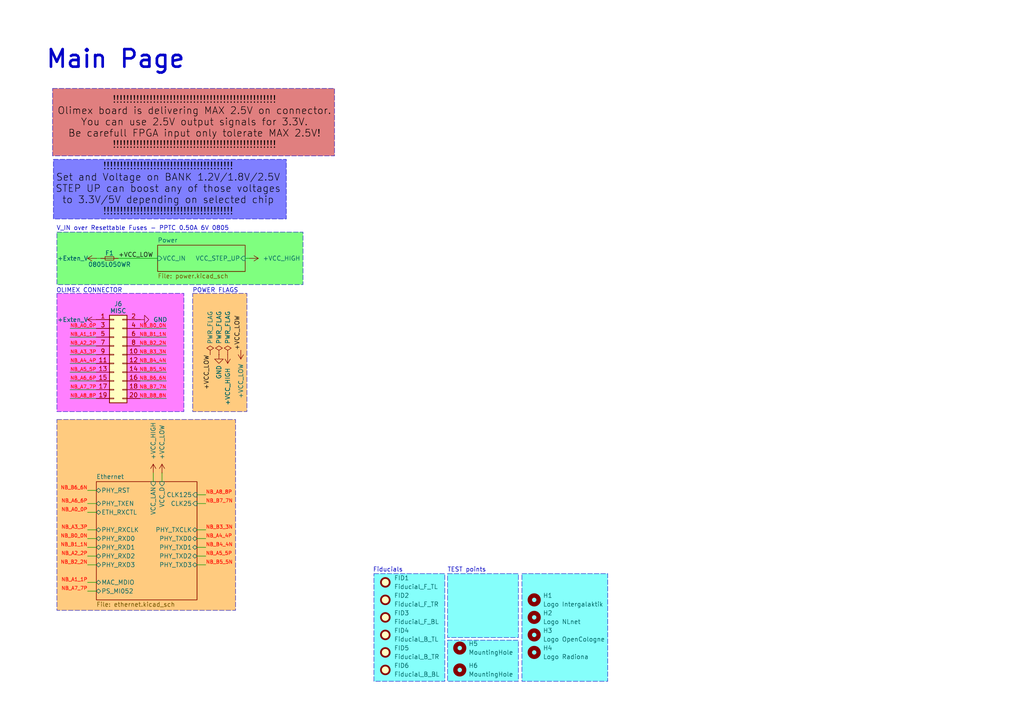
<source format=kicad_sch>
(kicad_sch (version 20250114) (generator "eeschema") (generator_version "9.0")
  (paper "A4")
  (title_block (title "${project_name} ${project_version}") (date "2024-12-02") (rev "${project_version}") (company "${project_creator}") (comment 1 "${project_license}"))
  (lib_symbols
    (symbol "Connector_Generic:Conn_02x10_Odd_Even" (pin_names (offset 1.016) (hide yes))
      (property "Reference" "J" (at 1.27 12.7 0))
      (property "Value" "Conn_02x10_Odd_Even" (at 1.27 -15.24 0))
      (symbol "Conn_02x10_Odd_Even_1_1"
        (rectangle (start -1.27 11.43) (end 3.81 -13.97) (stroke (width 0.254)) (fill (type background)))
        (rectangle (start -1.27 10.287) (end 0 10.033) (stroke (width 0.1524)))
        (rectangle (start -1.27 7.747) (end 0 7.493) (stroke (width 0.1524)))
        (rectangle (start -1.27 5.207) (end 0 4.953) (stroke (width 0.1524)))
        (rectangle (start -1.27 2.667) (end 0 2.413) (stroke (width 0.1524)))
        (rectangle (start -1.27 0.127) (end 0 -0.127) (stroke (width 0.1524)))
        (rectangle (start -1.27 -2.413) (end 0 -2.667) (stroke (width 0.1524)))
        (rectangle (start -1.27 -4.953) (end 0 -5.207) (stroke (width 0.1524)))
        (rectangle (start -1.27 -7.493) (end 0 -7.747) (stroke (width 0.1524)))
        (rectangle (start -1.27 -10.033) (end 0 -10.287) (stroke (width 0.1524)))
        (rectangle (start -1.27 -12.573) (end 0 -12.827) (stroke (width 0.1524)))
        (rectangle (start 3.81 10.287) (end 2.54 10.033) (stroke (width 0.1524)))
        (rectangle (start 3.81 7.747) (end 2.54 7.493) (stroke (width 0.1524)))
        (rectangle (start 3.81 5.207) (end 2.54 4.953) (stroke (width 0.1524)))
        (rectangle (start 3.81 2.667) (end 2.54 2.413) (stroke (width 0.1524)))
        (rectangle (start 3.81 0.127) (end 2.54 -0.127) (stroke (width 0.1524)))
        (rectangle (start 3.81 -2.413) (end 2.54 -2.667) (stroke (width 0.1524)))
        (rectangle (start 3.81 -4.953) (end 2.54 -5.207) (stroke (width 0.1524)))
        (rectangle (start 3.81 -7.493) (end 2.54 -7.747) (stroke (width 0.1524)))
        (rectangle (start 3.81 -10.033) (end 2.54 -10.287) (stroke (width 0.1524)))
        (rectangle (start 3.81 -12.573) (end 2.54 -12.827) (stroke (width 0.1524)))
        (pin passive line (at -5.08 10.16 0) (length 3.81) (name "Pin_1") (number "1"))
        (pin passive line (at -5.08 7.62 0) (length 3.81) (name "Pin_3") (number "3"))
        (pin passive line (at -5.08 5.08 0) (length 3.81) (name "Pin_5") (number "5"))
        (pin passive line (at -5.08 2.54 0) (length 3.81) (name "Pin_7") (number "7"))
        (pin passive line (at -5.08 0 0) (length 3.81) (name "Pin_9") (number "9"))
        (pin passive line (at -5.08 -2.54 0) (length 3.81) (name "Pin_11") (number "11"))
        (pin passive line (at -5.08 -5.08 0) (length 3.81) (name "Pin_13") (number "13"))
        (pin passive line (at -5.08 -7.62 0) (length 3.81) (name "Pin_15") (number "15"))
        (pin passive line (at -5.08 -10.16 0) (length 3.81) (name "Pin_17") (number "17"))
        (pin passive line (at -5.08 -12.7 0) (length 3.81) (name "Pin_19") (number "19"))
        (pin passive line (at 7.62 10.16 180) (length 3.81) (name "Pin_2") (number "2"))
        (pin passive line (at 7.62 7.62 180) (length 3.81) (name "Pin_4") (number "4"))
        (pin passive line (at 7.62 5.08 180) (length 3.81) (name "Pin_6") (number "6"))
        (pin passive line (at 7.62 2.54 180) (length 3.81) (name "Pin_8") (number "8"))
        (pin passive line (at 7.62 0 180) (length 3.81) (name "Pin_10") (number "10"))
        (pin passive line (at 7.62 -2.54 180) (length 3.81) (name "Pin_12") (number "12"))
        (pin passive line (at 7.62 -5.08 180) (length 3.81) (name "Pin_14") (number "14"))
        (pin passive line (at 7.62 -7.62 180) (length 3.81) (name "Pin_16") (number "16"))
        (pin passive line (at 7.62 -10.16 180) (length 3.81) (name "Pin_18") (number "18"))
        (pin passive line (at 7.62 -12.7 180) (length 3.81) (name "Pin_20") (number "20"))
      )
    )
    (symbol "Device:Fuse_Small" (pin_numbers (hide yes)) (pin_names (offset 0.254) (hide yes))
      (property "Reference" "F" (at 0 -1.524 0))
      (property "Value" "Fuse_Small" (at 0 1.524 0))
      (symbol "Fuse_Small_0_1"
        (rectangle (start -1.27 0.508) (end 1.27 -0.508))
        (polyline (pts (xy -1.27 0) (xy 1.27 0)))
      )
      (symbol "Fuse_Small_1_1"
        (pin passive line (at -2.54 0 0) (length 1.27) (name "~") (number "1"))
        (pin passive line (at 2.54 0 180) (length 1.27) (name "~") (number "2"))
      )
    )
    (symbol "Mechanical:Fiducial" (exclude_from_sim yes) (in_bom no)
      (property "Reference" "FID" (at 0 5.08 0))
      (property "Value" "Fiducial" (at 0 3.175 0))
      (symbol "Fiducial_0_1"
        (circle (center 0 0) (radius 1.27) (stroke (width 0.508)) (fill (type background)))
      )
    )
    (symbol "Mechanical:MountingHole" (pin_names (offset 1.016)) (exclude_from_sim yes) (in_bom no)
      (property "Reference" "H" (at 0 5.08 0))
      (property "Value" "MountingHole" (at 0 3.175 0))
      (symbol "MountingHole_0_1"
        (circle (center 0 0) (radius 1.27) (stroke (width 1.27)))
      )
    )
    (symbol "power:+2V5" (power) (pin_numbers (hide yes)) (pin_names (offset 0) (hide yes))
      (property "Value" "+2V5" (at 0 3.556 0))
      (symbol "+2V5_0_1"
        (polyline (pts (xy -0.762 1.27) (xy 0 2.54)))
        (polyline (pts (xy 0 2.54) (xy 0.762 1.27)))
        (polyline (pts (xy 0 0) (xy 0 2.54)))
      )
      (symbol "+2V5_1_1"
        (pin power_in line (at 0 0 90) (length 0) (name "~") (number "1"))
      )
    )
    (symbol "power:GND" (power) (pin_numbers (hide yes)) (pin_names (offset 0) (hide yes))
      (property "Value" "GND" (at 0 -3.81 0))
      (symbol "GND_0_1"
        (polyline (pts (xy 0 0) (xy 0 -1.27) (xy 1.27 -1.27) (xy 0 -2.54) (xy -1.27 -1.27) (xy 0 -1.27)))
      )
      (symbol "GND_1_1"
        (pin power_in line (at 0 0 270) (length 0) (name "~") (number "1"))
      )
    )
    (symbol "power:PWR_FLAG" (power) (pin_numbers (hide yes)) (pin_names (offset 0) (hide yes))
      (property "Value" "PWR_FLAG" (at 0 3.81 0))
      (symbol "PWR_FLAG_0_0"
        (pin power_out line (at 0 0 90) (length 0) (name "~") (number "1"))
      )
      (symbol "PWR_FLAG_0_1"
        (polyline (pts (xy 0 0) (xy 0 1.27) (xy -1.016 1.905) (xy 0 2.54) (xy 1.016 1.905) (xy 0 1.27)))
      )
    )
  )
  (rectangle (start 108.458 166.37) (end 129.032 197.612) (stroke (width 0.127) (type dash)) (fill (type color) (color 0 255 246 0.48)))
  (rectangle (start 151.384 166.37) (end 176.276 197.612) (stroke (width 0.127) (type dash)) (fill (type color) (color 0 255 246 0.48)))
  (rectangle (start 16.51 67.31) (end 87.884 82.55) (stroke (width 0.127) (type dash)) (fill (type color) (color 0 255 0 0.5)))
  (rectangle (start 16.51 85.09) (end 53.34 119.38) (stroke (width 0.127) (type dash)) (fill (type color) (color 255 0 255 0.5)))
  (rectangle (start 129.794 185.674) (end 150.368 197.612) (stroke (width 0.127) (type dash)) (fill (type color) (color 0 255 246 0.48)))
  (rectangle (start 129.794 166.37) (end 150.368 184.912) (stroke (width 0.127) (type dash)) (fill (type color) (color 0 255 246 0.48)))
  (rectangle (start 55.88 85.09) (end 71.628 119.38) (stroke (width 0.127) (type dash)) (fill (type color) (color 255 153 0 0.5)))
  (rectangle (start 15.494 46.228) (end 83.058 63.5) (stroke (width 0.127) (type dash)) (fill (type color) (color 0 0 255 0.5)))
  (rectangle (start 15.24 25.654) (end 97.028 45.212) (stroke (width 0.127) (type dash)) (fill (type color) (color 194 0 0 0.5)))
  (rectangle (start 16.51 121.666) (end 68.326 177.038) (stroke (width 0.127) (type dash)) (fill (type color) (color 255 153 0 0.5)))
  (text "TEST points" (at 135.382 165.354 0) (effects (font (size 1.27 1.27))))
  (text "POWER FLAGS" (at 62.484 84.328 0) (effects (font (size 1.27 1.27))))
  (text "V_IN over Resettable Fuses - PPTC 0.50A 6V 0805" (at 41.402 66.294 0) (effects (font (size 1.27 1.27))))
  (text "!!!!!!!!!!!!!!!!!!!!!!!!!!!!!!!!!!!!!!!!!!!!!!!!!\nOlimex board is delivering MAX 2.5V on connector.\nYou can use 2.5V output signals for 3.3V.\nBe carefull FPGA input only tolerate MAX 2.5V!\n!!!!!!!!!!!!!!!!!!!!!!!!!!!!!!!!!!!!!!!!!!!!!!!!!" (at 56.388 35.56 0) (effects (font (size 2.032 2.032))))
  (text "Fiducials" (at 112.522 165.354 0) (effects (font (size 1.27 1.27))))
  (text "OLIMEX CONNECTOR" (at 25.908 84.328 0) (effects (font (size 1.27 1.27))))
  (text "Main Page" (at 33.528 17.272 0) (effects (font (size 5.08 5.08) (thickness 0.762) (bold yes))))
  (text "!!!!!!!!!!!!!!!!!!!!!!!!!!!!!!!!!!!!!!!\nSet and Voltage on BANK 1.2V/1.8V/2.5V\nSTEP UP can boost any of those voltages\nto 3.3V/5V depending on selected chip\n!!!!!!!!!!!!!!!!!!!!!!!!!!!!!!!!!!!!!!!\n" (at 48.768 54.864 0) (effects (font (size 2.032 2.032))))
  (wire (pts (xy 57.15 163.83) (xy 59.69 163.83)))
  (wire (pts (xy 40.64 113.03) (xy 48.26 113.03)))
  (wire (pts (xy 34.29 74.93) (xy 45.72 74.93)))
  (wire (pts (xy 40.64 107.95) (xy 48.26 107.95)))
  (wire (pts (xy 25.4 156.21) (xy 27.94 156.21)))
  (wire (pts (xy 20.32 110.49) (xy 27.94 110.49)))
  (wire (pts (xy 20.32 107.95) (xy 27.94 107.95)))
  (wire (pts (xy 46.99 137.16) (xy 46.99 139.7)))
  (wire (pts (xy 72.39 74.93) (xy 71.12 74.93)))
  (wire (pts (xy 57.15 161.29) (xy 59.69 161.29)))
  (wire (pts (xy 20.32 102.87) (xy 27.94 102.87)))
  (wire (pts (xy 25.4 168.91) (xy 27.94 168.91)))
  (wire (pts (xy 40.64 105.41) (xy 48.26 105.41)))
  (wire (pts (xy 40.64 102.87) (xy 48.26 102.87)))
  (wire (pts (xy 25.4 158.75) (xy 27.94 158.75)))
  (wire (pts (xy 25.4 148.59) (xy 27.94 148.59)))
  (wire (pts (xy 20.32 113.03) (xy 27.94 113.03)))
  (wire (pts (xy 20.32 115.57) (xy 27.94 115.57)))
  (wire (pts (xy 25.4 142.24) (xy 27.94 142.24)))
  (wire (pts (xy 25.4 146.05) (xy 27.94 146.05)))
  (wire (pts (xy 40.64 100.33) (xy 48.26 100.33)))
  (wire (pts (xy 40.64 110.49) (xy 48.26 110.49)))
  (wire (pts (xy 40.64 95.25) (xy 48.26 95.25)))
  (wire (pts (xy 20.32 100.33) (xy 27.94 100.33)))
  (wire (pts (xy 57.15 158.75) (xy 59.69 158.75)))
  (wire (pts (xy 25.4 163.83) (xy 27.94 163.83)))
  (wire (pts (xy 44.45 137.16) (xy 44.45 139.7)))
  (wire (pts (xy 40.64 115.57) (xy 48.26 115.57)))
  (wire (pts (xy 57.15 146.05) (xy 59.69 146.05)))
  (wire (pts (xy 20.32 95.25) (xy 27.94 95.25)))
  (wire (pts (xy 57.15 156.21) (xy 59.69 156.21)))
  (wire (pts (xy 27.94 74.93) (xy 29.21 74.93)))
  (wire (pts (xy 25.4 171.45) (xy 27.94 171.45)))
  (wire (pts (xy 57.15 143.51) (xy 59.69 143.51)))
  (wire (pts (xy 57.15 153.67) (xy 59.69 153.67)))
  (wire (pts (xy 40.64 97.79) (xy 48.26 97.79)))
  (wire (pts (xy 25.4 161.29) (xy 27.94 161.29)))
  (wire (pts (xy 25.4 153.67) (xy 27.94 153.67)))
  (wire (pts (xy 20.32 97.79) (xy 27.94 97.79)))
  (wire (pts (xy 20.32 105.41) (xy 27.94 105.41)))
  (label "NB_B0_0N" (at 25.4 156.21 180) (effects (font (size 1.016 1.016))))
  (label "NB_B5_5N" (at 48.26 107.95 180) (effects (font (size 1.016 1.016))))
  (label "NB_A7_7P" (at 20.32 113.03 0) (effects (font (size 1.016 1.016))))
  (label "NB_B4_4N" (at 48.26 105.41 180) (effects (font (size 1.016 1.016))))
  (label "NB_A8_8P" (at 20.32 115.57 0) (effects (font (size 1.016 1.016))))
  (label "NB_B3_3N" (at 59.69 153.67 0) (effects (font (size 1.016 1.016))))
  (label "NB_A2_2P" (at 25.4 161.29 180) (effects (font (size 1.016 1.016))))
  (label "NB_A3_3P" (at 25.4 153.67 180) (effects (font (size 1.016 1.016))))
  (label "+VCC_LOW" (at 69.85 101.6 90))
  (label "NB_B8_8N" (at 48.26 115.57 180) (effects (font (size 1.016 1.016))))
  (label "NB_B5_5N" (at 59.69 163.83 0) (effects (font (size 1.016 1.016))))
  (label "NB_A6_6P" (at 20.32 110.49 0) (effects (font (size 1.016 1.016))))
  (label "NB_A5_5P" (at 20.32 107.95 0) (effects (font (size 1.016 1.016))))
  (label "NB_A2_2P" (at 20.32 100.33 0) (effects (font (size 1.016 1.016))))
  (label "+VCC_LOW" (at 60.96 102.87 270))
  (label "NB_B2_2N" (at 48.26 100.33 180) (effects (font (size 1.016 1.016))))
  (label "NB_B7_7N" (at 59.69 146.05 0) (effects (font (size 1.016 1.016))))
  (label "NB_B4_4N" (at 59.69 158.75 0) (effects (font (size 1.016 1.016))))
  (label "NB_A4_4P" (at 59.69 156.21 0) (effects (font (size 1.016 1.016))))
  (label "NB_B6_6N" (at 48.26 110.49 180) (effects (font (size 1.016 1.016))))
  (label "NB_B1_1N" (at 25.4 158.75 180) (effects (font (size 1.016 1.016))))
  (label "NB_A1_1P" (at 25.4 168.91 180) (effects (font (size 1.016 1.016))))
  (label "NB_B7_7N" (at 48.26 113.03 180) (effects (font (size 1.016 1.016))))
  (label "NB_A6_6P" (at 25.4 146.05 180) (effects (font (size 1.016 1.016))))
  (label "NB_A1_1P" (at 20.32 97.79 0) (effects (font (size 1.016 1.016))))
  (label "+VCC_LOW" (at 34.29 74.93 0))
  (label "NB_A5_5P" (at 59.69 161.29 0) (effects (font (size 1.016 1.016))))
  (label "NB_B1_1N" (at 48.26 97.79 180) (effects (font (size 1.016 1.016))))
  (label "NB_B6_6N" (at 25.4 142.24 180) (effects (font (size 1.016 1.016))))
  (label "NB_A4_4P" (at 20.32 105.41 0) (effects (font (size 1.016 1.016))))
  (label "NB_B3_3N" (at 48.26 102.87 180) (effects (font (size 1.016 1.016))))
  (label "NB_A7_7P" (at 25.4 171.45 180) (effects (font (size 1.016 1.016))))
  (label "NB_A3_3P" (at 20.32 102.87 0) (effects (font (size 1.016 1.016))))
  (label "NB_A0_0P" (at 25.4 148.59 180) (effects (font (size 1.016 1.016))))
  (label "NB_A8_8P" (at 59.69 143.51 0) (effects (font (size 1.016 1.016))))
  (label "NB_B2_2N" (at 25.4 163.83 180) (effects (font (size 1.016 1.016))))
  (label "NB_B0_0N" (at 48.26 95.25 180) (effects (font (size 1.016 1.016))))
  (label "NB_A0_0P" (at 20.32 95.25 0) (effects (font (size 1.016 1.016))))
  (symbol (lib_id "Mechanical:Fiducial") (at 111.76 189.23 0) (unit 1) (exclude_from_sim yes) (in_bom no)
    (property "Reference" "FID5" (at 114.3 187.9599 0) (effects (justify left)))
    (property "Value" "Fiducial_B_TR" (at 114.3 190.4999 0) (effects (justify left)))
    (property "Footprint" "Fiducial:Fiducial_0.5mm_Mask1mm" (effects (hide yes)))
    (property "Description" "Fiducial Marker" (effects (hide yes)))
  )
  (symbol (lib_id "power:+2V5") (at 44.45 137.16 0) (unit 1)
    (property "Reference" "#PWR015" (effects (hide yes)))
    (property "Value" "+VCC_HIGH" (at 44.4499 133.35 90) (effects (justify left)))
    (property "Description" "Power symbol creates a global label with name \"+2V5\"" (effects (hide yes)))
  )
  (symbol (lib_id "power:GND") (at 63.5 102.87 0) (unit 1)
    (property "Reference" "#PWR012" (effects (hide yes)))
    (property "Value" "GND" (at 63.5 107.95 90))
    (property "Description" "Power symbol creates a global label with name \"GND\" , ground" (effects (hide yes)))
  )
  (symbol (lib_id "Mechanical:MountingHole") (at 154.94 173.99 0) (unit 1) (exclude_from_sim yes) (in_bom no)
    (property "Reference" "H1" (at 157.48 172.7199 0) (effects (justify left)))
    (property "Value" "Logo Intergalaktik" (at 157.48 175.2599 0) (effects (justify left)))
    (property "Footprint" "intergalaktik:intergalaktik" (effects (hide yes)))
    (property "Description" "Mounting Hole without connection" (effects (hide yes)))
  )
  (symbol (lib_id "power:+2V5") (at 46.99 137.16 0) (unit 1)
    (property "Reference" "#PWR016" (effects (hide yes)))
    (property "Value" "+VCC_LOW" (at 46.9899 133.35 90) (effects (justify left)))
    (property "Description" "Power symbol creates a global label with name \"+2V5\"" (effects (hide yes)))
  )
  (symbol (lib_id "power:+2V5") (at 72.39 74.93 270) (unit 1)
    (property "Reference" "#PWR010" (effects (hide yes)))
    (property "Value" "+VCC_HIGH" (at 76.2 74.9299 90) (effects (justify left)))
    (property "Description" "Power symbol creates a global label with name \"+2V5\"" (effects (hide yes)))
  )
  (symbol (lib_id "power:+2V5") (at 69.85 101.6 180) (unit 1)
    (property "Reference" "#PWR011" (effects (hide yes)))
    (property "Value" "+VCC_LOW" (at 69.8501 105.41 90) (effects (justify left)))
    (property "Description" "Power symbol creates a global label with name \"+2V5\"" (effects (hide yes)))
  )
  (symbol (lib_id "power:+2V5") (at 66.04 102.87 180) (unit 1)
    (property "Reference" "#PWR014" (effects (hide yes)))
    (property "Value" "+VCC_HIGH" (at 66.0401 106.68 90) (effects (justify left)))
    (property "Description" "Power symbol creates a global label with name \"+2V5\"" (effects (hide yes)))
  )
  (symbol (lib_id "Mechanical:Fiducial") (at 111.76 168.91 0) (unit 1) (exclude_from_sim yes) (in_bom no)
    (property "Reference" "FID1" (at 114.3 167.6399 0) (effects (justify left)))
    (property "Value" "Fiducial_F_TL" (at 114.3 170.1799 0) (effects (justify left)))
    (property "Footprint" "Fiducial:Fiducial_0.5mm_Mask1mm" (effects (hide yes)))
    (property "Description" "Fiducial Marker" (effects (hide yes)))
  )
  (symbol (lib_id "Mechanical:MountingHole") (at 133.35 194.31 0) (unit 1) (exclude_from_sim yes) (in_bom no)
    (property "Reference" "H6" (at 135.89 193.0399 0) (effects (justify left)))
    (property "Value" "MountingHole" (at 135.89 195.5799 0) (effects (justify left)))
    (property "Footprint" "MountingHole:MountingHole_2.2mm_M2" (effects (hide yes)))
    (property "Description" "Mounting Hole without connection" (effects (hide yes)))
  )
  (symbol (lib_id "Mechanical:MountingHole") (at 154.94 189.23 0) (unit 1) (exclude_from_sim yes) (in_bom no)
    (property "Reference" "H4" (at 157.48 187.9599 0) (effects (justify left)))
    (property "Value" "Logo Radiona" (at 157.48 190.4999 0) (effects (justify left)))
    (property "Footprint" "radiona:radiona_small" (effects (hide yes)))
    (property "Description" "Mounting Hole without connection" (effects (hide yes)))
  )
  (symbol (lib_id "power:PWR_FLAG") (at 60.96 102.87 0) (unit 1)
    (property "Reference" "#FLG01" (effects (hide yes)))
    (property "Value" "PWR_FLAG" (at 60.96 94.996 90))
    (property "Description" "Special symbol for telling ERC where power comes from" (effects (hide yes)))
  )
  (symbol (lib_id "Connector_Generic:Conn_02x10_Odd_Even") (at 33.02 102.87 0) (unit 1)
    (property "Reference" "J6" (at 34.29 88.138 0))
    (property "Value" "MISC" (at 34.29 90.17 0))
    (property "Footprint" "Connector_PinSocket_2.54mm:PinSocket_2x10_P2.54mm_Vertical_SMD" (effects (hide yes)))
    (property "Description" "Generic connector, double row, 02x10, odd/even pin numbering scheme (row 1 odd numbers, row 2 even numbers), script generated (kicad-library-utils/schlib/autogen/connector/)" (effects (hide yes)))
  )
  (symbol (lib_id "Mechanical:Fiducial") (at 111.76 179.07 0) (unit 1) (exclude_from_sim yes) (in_bom no)
    (property "Reference" "FID3" (at 114.3 177.7999 0) (effects (justify left)))
    (property "Value" "Fiducial_F_BL" (at 114.3 180.3399 0) (effects (justify left)))
    (property "Footprint" "Fiducial:Fiducial_0.5mm_Mask1mm" (effects (hide yes)))
    (property "Description" "Fiducial Marker" (effects (hide yes)))
  )
  (symbol (lib_id "power:PWR_FLAG") (at 63.5 102.87 0) (unit 1)
    (property "Reference" "#FLG02" (effects (hide yes)))
    (property "Value" "PWR_FLAG" (at 63.5 94.996 90))
    (property "Description" "Special symbol for telling ERC where power comes from" (effects (hide yes)))
  )
  (symbol (lib_id "Mechanical:MountingHole") (at 133.35 187.96 0) (unit 1) (exclude_from_sim yes) (in_bom no)
    (property "Reference" "H5" (at 135.89 186.6899 0) (effects (justify left)))
    (property "Value" "MountingHole" (at 135.89 189.2299 0) (effects (justify left)))
    (property "Footprint" "MountingHole:MountingHole_2.2mm_M2" (effects (hide yes)))
    (property "Description" "Mounting Hole without connection" (effects (hide yes)))
  )
  (symbol (lib_id "Mechanical:MountingHole") (at 154.94 179.07 0) (unit 1) (exclude_from_sim yes) (in_bom no)
    (property "Reference" "H2" (at 157.48 177.7999 0) (effects (justify left)))
    (property "Value" "Logo NLnet" (at 157.48 180.3399 0) (effects (justify left)))
    (property "Footprint" "nlnet:nlnet" (effects (hide yes)))
    (property "Description" "Mounting Hole without connection" (effects (hide yes)))
  )
  (symbol (lib_id "Mechanical:MountingHole") (at 154.94 184.15 0) (unit 1) (exclude_from_sim yes) (in_bom no)
    (property "Reference" "H3" (at 157.48 182.8799 0) (effects (justify left)))
    (property "Value" "Logo OpenCologne" (at 157.48 185.4199 0) (effects (justify left)))
    (property "Footprint" "Cologne:open_cologne_small" (effects (hide yes)))
    (property "Description" "Mounting Hole without connection" (effects (hide yes)))
  )
  (symbol (lib_id "Mechanical:Fiducial") (at 111.76 173.99 0) (unit 1) (exclude_from_sim yes) (in_bom no)
    (property "Reference" "FID2" (at 114.3 172.7199 0) (effects (justify left)))
    (property "Value" "Fiducial_F_TR" (at 114.3 175.2599 0) (effects (justify left)))
    (property "Footprint" "Fiducial:Fiducial_0.5mm_Mask1mm" (effects (hide yes)))
    (property "Description" "Fiducial Marker" (effects (hide yes)))
  )
  (symbol (lib_id "Mechanical:Fiducial") (at 111.76 194.31 0) (unit 1) (exclude_from_sim yes) (in_bom no)
    (property "Reference" "FID6" (at 114.3 193.0399 0) (effects (justify left)))
    (property "Value" "Fiducial_B_BL" (at 114.3 195.5799 0) (effects (justify left)))
    (property "Footprint" "Fiducial:Fiducial_0.5mm_Mask1mm" (effects (hide yes)))
    (property "Description" "Fiducial Marker" (effects (hide yes)))
  )
  (symbol (lib_id "Mechanical:Fiducial") (at 111.76 184.15 0) (unit 1) (exclude_from_sim yes) (in_bom no)
    (property "Reference" "FID4" (at 114.3 182.8799 0) (effects (justify left)))
    (property "Value" "Fiducial_B_TL" (at 114.3 185.4199 0) (effects (justify left)))
    (property "Footprint" "Fiducial:Fiducial_0.5mm_Mask1mm" (effects (hide yes)))
    (property "Description" "Fiducial Marker" (effects (hide yes)))
  )
  (symbol (lib_id "power:PWR_FLAG") (at 66.04 102.87 0) (unit 1)
    (property "Reference" "#FLG03" (effects (hide yes)))
    (property "Value" "PWR_FLAG" (at 66.04 94.996 90))
    (property "Description" "Special symbol for telling ERC where power comes from" (effects (hide yes)))
  )
  (symbol (lib_id "power:+2V5") (at 27.94 92.71 90) (unit 1)
    (property "Reference" "#PWR08" (effects (hide yes)))
    (property "Value" "+Exten_V" (at 21.082 92.71 90))
    (property "Description" "Power symbol creates a global label with name \"+2V5\"" (effects (hide yes)))
  )
  (symbol (lib_id "power:GND") (at 40.64 92.71 90) (unit 1)
    (property "Reference" "#PWR09" (effects (hide yes)))
    (property "Value" "GND" (at 44.45 92.7099 90) (effects (justify right)))
    (property "Description" "Power symbol creates a global label with name \"GND\" , ground" (effects (hide yes)))
  )
  (symbol (lib_id "power:+2V5") (at 27.94 74.93 90) (unit 1)
    (property "Reference" "#PWR07" (effects (hide yes)))
    (property "Value" "+Exten_V" (at 21.082 74.93 90))
    (property "Description" "Power symbol creates a global label with name \"+2V5\"" (effects (hide yes)))
  )
  (symbol (lib_id "Device:Fuse_Small") (at 31.75 74.93 0) (unit 1)
    (property "Reference" "F1" (at 31.75 73.406 0))
    (property "Value" "0805L050WR" (at 31.75 76.708 0))
    (property "Footprint" "Fuse:Fuse_0805_2012Metric" (effects (hide yes)))
    (property "Description" "Fuse, small symbol" (effects (hide yes)))
  )
  (sheet (at 27.94 139.7) (size 29.21 34.29) (stroke (width 0.1524))
    (property "Sheetname" "Ethernet" (at 27.94 138.9884 0) (effects (justify left bottom)))
    (property "Sheetfile" "ethernet.kicad_sch" (at 27.94 174.5746 0) (effects (justify left top)))
    (pin "PHY_TXD2" bidirectional (at 57.15 161.29 0))
    (pin "PHY_TXCLK" bidirectional (at 57.15 153.67 0))
    (pin "PHY_TXD0" bidirectional (at 57.15 156.21 0))
    (pin "PHY_TXD1" bidirectional (at 57.15 158.75 0))
    (pin "PHY_RST" bidirectional (at 27.94 142.24 180))
    (pin "PHY_TXEN" bidirectional (at 27.94 146.05 180))
    (pin "PS_MI052" bidirectional (at 27.94 171.45 180))
    (pin "PHY_TXD3" bidirectional (at 57.15 163.83 0))
    (pin "PHY_RXD0" bidirectional (at 27.94 156.21 180))
    (pin "ETH_RXCTL" bidirectional (at 27.94 148.59 180))
    (pin "MAC_MDIO" bidirectional (at 27.94 168.91 180))
    (pin "PHY_RXD1" bidirectional (at 27.94 158.75 180))
    (pin "PHY_RXD3" bidirectional (at 27.94 163.83 180))
    (pin "PHY_RXD2" bidirectional (at 27.94 161.29 180))
    (pin "PHY_RXCLK" bidirectional (at 27.94 153.67 180))
    (pin "VCC_D" input (at 46.99 139.7 90))
    (pin "VCC_LAN" input (at 44.45 139.7 90))
    (pin "CLK125" input (at 57.15 143.51 0))
    (pin "CLK25" input (at 57.15 146.05 0))
  )
  (sheet (at 45.72 71.12) (size 25.4 7.62) (stroke (width 0.1524))
    (property "Sheetname" "Power" (at 45.72 70.4084 0) (effects (justify left bottom)))
    (property "Sheetfile" "power.kicad_sch" (at 45.72 79.3246 0) (effects (justify left top)))
    (pin "VCC_STEP_UP" input (at 71.12 74.93 0))
    (pin "VCC_IN" input (at 45.72 74.93 180))
  )
)
</source>
